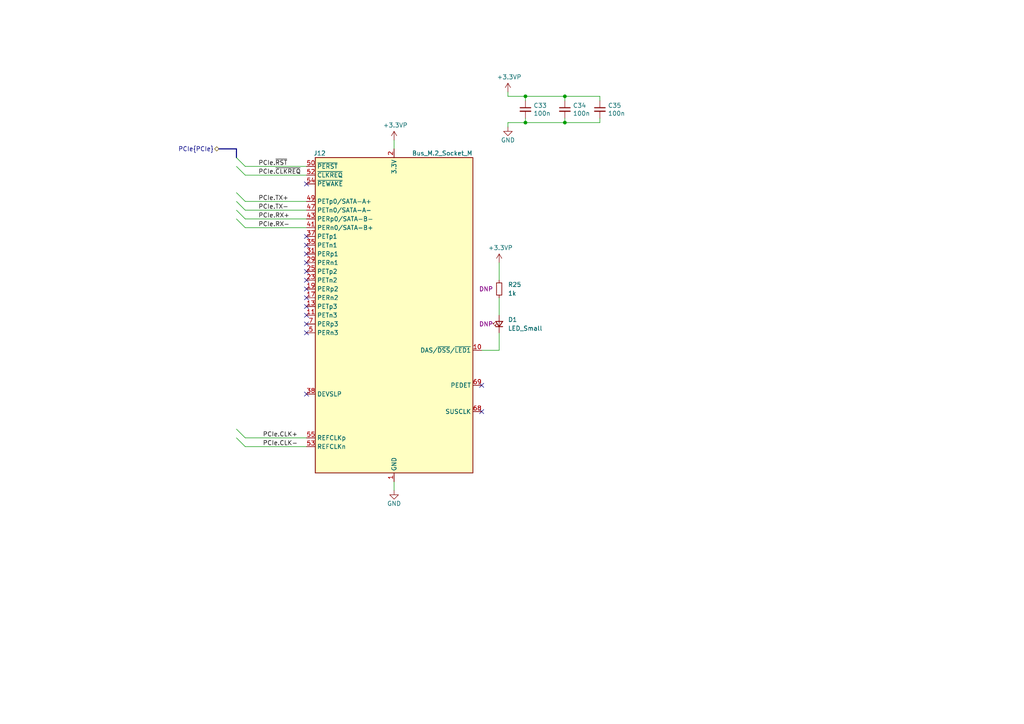
<source format=kicad_sch>
(kicad_sch (version 20210621) (generator eeschema)
  (paper "A4")
  (title_block (date "2021-01-12") (rev "0.1") (company "Nabu Casa") (comment 1 "www.nabucasa.com") (comment 2 "Amber"))
  (lib_symbols
    (symbol "Connector:Bus_M.2_Socket_M"
      (property "Reference" "J" (at -22.86 46.99 0))
      (property "Value" "Bus_M.2_Socket_M" (at 16.51 46.99 0))
      (symbol "Bus_M.2_Socket_M_0_1"
        (rectangle (start -22.86 45.72) (end 22.86 -45.72) (stroke (width 0.254)) (fill (type background)))
      )
      (symbol "Bus_M.2_Socket_M_1_1"
        (pin power_in line (at 0 -48.26 90) (length 2.54) (name "GND") (number "1"))
        (pin bidirectional line (at 25.4 -10.16 180) (length 2.54) (name "DAS/~{DSS}/~{LED1}") (number "10"))
        (pin output line (at -25.4 0 0) (length 2.54) (name "PETn3") (number "11"))
        (pin passive line (at 0 48.26 270) (length 2.54) hide (name "3.3V") (number "12"))
        (pin output line (at -25.4 2.54 0) (length 2.54) (name "PETp3") (number "13"))
        (pin passive line (at 0 48.26 270) (length 2.54) hide (name "3.3V") (number "14"))
        (pin passive line (at 0 -48.26 90) (length 2.54) hide (name "GND") (number "15"))
        (pin passive line (at 0 48.26 270) (length 2.54) hide (name "3.3V") (number "16"))
        (pin input line (at -25.4 5.08 0) (length 2.54) (name "PERn2") (number "17"))
        (pin passive line (at 0 48.26 270) (length 2.54) hide (name "3.3V") (number "18"))
        (pin input line (at -25.4 7.62 0) (length 2.54) (name "PERp2") (number "19"))
        (pin power_in line (at 0 48.26 270) (length 2.54) (name "3.3V") (number "2"))
        (pin no_connect line (at 22.86 2.54 180) (length 2.54) hide (name "NC") (number "20"))
        (pin passive line (at 0 -48.26 90) (length 2.54) hide (name "GND") (number "21"))
        (pin no_connect line (at 22.86 5.08 180) (length 2.54) hide (name "NC") (number "22"))
        (pin output line (at -25.4 10.16 0) (length 2.54) (name "PETn2") (number "23"))
        (pin no_connect line (at 22.86 7.62 180) (length 2.54) hide (name "NC") (number "24"))
        (pin output line (at -25.4 12.7 0) (length 2.54) (name "PETp2") (number "25"))
        (pin no_connect line (at 22.86 10.16 180) (length 2.54) hide (name "NC") (number "26"))
        (pin passive line (at 0 -48.26 90) (length 2.54) hide (name "GND") (number "27"))
        (pin no_connect line (at 22.86 12.7 180) (length 2.54) hide (name "NC") (number "28"))
        (pin input line (at -25.4 15.24 0) (length 2.54) (name "PERn1") (number "29"))
        (pin passive line (at 0 -48.26 90) (length 2.54) hide (name "GND") (number "3"))
        (pin no_connect line (at 22.86 15.24 180) (length 2.54) hide (name "NC") (number "30"))
        (pin input line (at -25.4 17.78 0) (length 2.54) (name "PERp1") (number "31"))
        (pin no_connect line (at 22.86 17.78 180) (length 2.54) hide (name "NC") (number "32"))
        (pin passive line (at 0 -48.26 90) (length 2.54) hide (name "GND") (number "33"))
        (pin no_connect line (at 22.86 20.32 180) (length 2.54) hide (name "NC") (number "34"))
        (pin output line (at -25.4 20.32 0) (length 2.54) (name "PETn1") (number "35"))
        (pin no_connect line (at 22.86 22.86 180) (length 2.54) hide (name "NC") (number "36"))
        (pin output line (at -25.4 22.86 0) (length 2.54) (name "PETp1") (number "37"))
        (pin output line (at -25.4 -22.86 0) (length 2.54) (name "DEVSLP") (number "38"))
        (pin passive line (at 0 -48.26 90) (length 2.54) hide (name "GND") (number "39"))
        (pin passive line (at 0 48.26 270) (length 2.54) hide (name "3.3V") (number "4"))
        (pin no_connect line (at 22.86 25.4 180) (length 2.54) hide (name "NC") (number "40"))
        (pin input line (at -25.4 25.4 0) (length 2.54) (name "PERn0/SATA-B+") (number "41"))
        (pin no_connect line (at 22.86 27.94 180) (length 2.54) hide (name "NC") (number "42"))
        (pin input line (at -25.4 27.94 0) (length 2.54) (name "PERp0/SATA-B-") (number "43"))
        (pin no_connect line (at 22.86 30.48 180) (length 2.54) hide (name "NC") (number "44"))
        (pin passive line (at 0 -48.26 90) (length 2.54) hide (name "GND") (number "45"))
        (pin no_connect line (at 22.86 33.02 180) (length 2.54) hide (name "NC") (number "46"))
        (pin output line (at -25.4 30.48 0) (length 2.54) (name "PETn0/SATA-A-") (number "47"))
        (pin no_connect line (at 22.86 35.56 180) (length 2.54) hide (name "NC") (number "48"))
        (pin output line (at -25.4 33.02 0) (length 2.54) (name "PETp0/SATA-A+") (number "49"))
        (pin input line (at -25.4 -5.08 0) (length 2.54) (name "PERn3") (number "5"))
        (pin output line (at -25.4 43.18 0) (length 2.54) (name "~{PERST}") (number "50"))
        (pin passive line (at 0 -48.26 90) (length 2.54) hide (name "GND") (number "51"))
        (pin bidirectional line (at -25.4 40.64 0) (length 2.54) (name "~{CLKREQ}") (number "52"))
        (pin output line (at -25.4 -38.1 0) (length 2.54) (name "REFCLKn") (number "53"))
        (pin bidirectional line (at -25.4 38.1 0) (length 2.54) (name "~{PEWAKE}") (number "54"))
        (pin output line (at -25.4 -35.56 0) (length 2.54) (name "REFCLKp") (number "55"))
        (pin no_connect line (at 22.86 38.1 180) (length 2.54) hide (name "NC") (number "56"))
        (pin passive line (at 0 -48.26 90) (length 2.54) hide (name "GND") (number "57"))
        (pin no_connect line (at 22.86 40.64 180) (length 2.54) hide (name "NC") (number "58"))
        (pin no_connect line (at 22.86 -2.54 180) (length 2.54) hide (name "NC") (number "6"))
        (pin no_connect line (at 22.86 -5.08 180) (length 2.54) hide (name "NC") (number "67"))
        (pin output line (at 25.4 -27.94 180) (length 2.54) (name "SUSCLK") (number "68"))
        (pin passive line (at 25.4 -20.32 180) (length 2.54) (name "PEDET") (number "69"))
        (pin input line (at -25.4 -2.54 0) (length 2.54) (name "PERp3") (number "7"))
        (pin passive line (at 0 48.26 270) (length 2.54) hide (name "3.3V") (number "70"))
        (pin passive line (at 0 -48.26 90) (length 2.54) hide (name "GND") (number "71"))
        (pin passive line (at 0 48.26 270) (length 2.54) hide (name "3.3V") (number "72"))
        (pin passive line (at 0 -48.26 90) (length 2.54) hide (name "GND") (number "73"))
        (pin passive line (at 0 48.26 270) (length 2.54) hide (name "3.3V") (number "74"))
        (pin passive line (at 0 -48.26 90) (length 2.54) hide (name "GND") (number "75"))
        (pin no_connect line (at 22.86 0 180) (length 2.54) hide (name "NC") (number "8"))
        (pin passive line (at 0 -48.26 90) (length 2.54) hide (name "GND") (number "9"))
      )
    )
    (symbol "Device:C_Small" (pin_numbers hide) (pin_names (offset 0.254) hide)
      (property "Reference" "C" (at 0.254 1.778 0))
      (property "Value" "C_Small" (at 0.254 -2.032 0))
      (symbol "C_Small_0_1"
        (polyline (pts (xy -1.524 -0.508) (xy 1.524 -0.508)) (stroke (width 0.3302)))
        (polyline (pts (xy -1.524 0.508) (xy 1.524 0.508)) (stroke (width 0.3048)))
      )
      (symbol "C_Small_1_1"
        (pin passive line (at 0 2.54 270) (length 2.032) (name "~") (number "1"))
        (pin passive line (at 0 -2.54 90) (length 2.032) (name "~") (number "2"))
      )
    )
    (symbol "Device:LED_Small" (pin_numbers hide) (pin_names (offset 0.254) hide)
      (property "Reference" "D" (at -1.27 3.175 0))
      (property "Value" "LED_Small" (at -4.445 -2.54 0))
      (symbol "LED_Small_0_1"
        (polyline (pts (xy -0.762 -1.016) (xy -0.762 1.016)) (stroke (width 0.254)))
        (polyline (pts (xy 1.016 0) (xy -0.762 0)))
        (polyline (pts (xy 0.762 -1.016) (xy -0.762 0) (xy 0.762 1.016) (xy 0.762 -1.016)) (stroke (width 0.254)))
        (polyline (pts (xy 0 0.762) (xy -0.508 1.27) (xy -0.254 1.27) (xy -0.508 1.27) (xy -0.508 1.016)))
        (polyline (pts (xy 0.508 1.27) (xy 0 1.778) (xy 0.254 1.778) (xy 0 1.778) (xy 0 1.524)))
      )
      (symbol "LED_Small_1_1"
        (pin passive line (at -2.54 0 0) (length 1.778) (name "K") (number "1"))
        (pin passive line (at 2.54 0 180) (length 1.778) (name "A") (number "2"))
      )
    )
    (symbol "Device:R_Small" (pin_numbers hide) (pin_names (offset 0.254) hide)
      (property "Reference" "R" (at 0.762 0.508 0))
      (property "Value" "R_Small" (at 0.762 -1.016 0))
      (symbol "R_Small_0_1"
        (rectangle (start -0.762 1.778) (end 0.762 -1.778) (stroke (width 0.2032)))
      )
      (symbol "R_Small_1_1"
        (pin passive line (at 0 2.54 270) (length 0.762) (name "~") (number "1"))
        (pin passive line (at 0 -2.54 90) (length 0.762) (name "~") (number "2"))
      )
    )
    (symbol "power:+3.3VP" (power) (pin_names (offset 0))
      (property "Value" "+3.3VP" (at 0 2.54 0))
      (symbol "+3.3VP_0_0"
        (pin power_in line (at 0 0 90) (length 0) hide (name "+3.3VP") (number "1"))
      )
      (symbol "+3.3VP_0_1"
        (polyline (pts (xy -0.762 1.27) (xy 0 2.54)))
        (polyline (pts (xy 0 0) (xy 0 2.54)))
        (polyline (pts (xy 0 2.54) (xy 0.762 1.27)))
      )
    )
    (symbol "power:GND" (power) (pin_names (offset 0))
      (property "Value" "GND" (at 0 -3.81 0))
      (symbol "GND_0_1"
        (polyline (pts (xy 0 0) (xy 0 -1.27) (xy 1.27 -1.27) (xy 0 -2.54) (xy -1.27 -1.27) (xy 0 -1.27)))
      )
      (symbol "GND_1_1"
        (pin power_in line (at 0 0 270) (length 0) hide (name "GND") (number "1"))
      )
    )
  )
  (junction (at 152.4 27.94) (diameter 0.9144))
  (junction (at 152.4 35.56) (diameter 0.9144))
  (junction (at 163.83 27.94) (diameter 0.9144))
  (junction (at 163.83 35.56) (diameter 0.9144))
  (no_connect (at 88.9 53.34))
  (no_connect (at 88.9 68.58))
  (no_connect (at 88.9 71.12))
  (no_connect (at 88.9 73.66))
  (no_connect (at 88.9 76.2))
  (no_connect (at 88.9 78.74))
  (no_connect (at 88.9 81.28))
  (no_connect (at 88.9 83.82))
  (no_connect (at 88.9 86.36))
  (no_connect (at 88.9 88.9))
  (no_connect (at 88.9 91.44))
  (no_connect (at 88.9 93.98))
  (no_connect (at 88.9 96.52))
  (no_connect (at 88.9 114.3))
  (no_connect (at 139.7 111.76))
  (no_connect (at 139.7 119.38))
  (bus_entry (at 68.58 45.72) (size 2.54 2.54) (stroke (width 0.1524)))
  (bus_entry (at 68.58 48.26) (size 2.54 2.54) (stroke (width 0.1524)))
  (bus_entry (at 68.58 55.88) (size 2.54 2.54) (stroke (width 0.1524)))
  (bus_entry (at 68.58 58.42) (size 2.54 2.54) (stroke (width 0.1524)))
  (bus_entry (at 68.58 60.96) (size 2.54 2.54) (stroke (width 0.1524)))
  (bus_entry (at 68.58 63.5) (size 2.54 2.54) (stroke (width 0.1524)))
  (bus_entry (at 68.58 124.46) (size 2.54 2.54) (stroke (width 0.1524)))
  (bus_entry (at 68.58 127) (size 2.54 2.54) (stroke (width 0.1524)))
  (wire (pts (xy 71.12 48.26) (xy 88.9 48.26)))
  (wire (pts (xy 71.12 50.8) (xy 88.9 50.8)))
  (wire (pts (xy 71.12 58.42) (xy 88.9 58.42)))
  (wire (pts (xy 71.12 60.96) (xy 88.9 60.96)))
  (wire (pts (xy 71.12 63.5) (xy 88.9 63.5)))
  (wire (pts (xy 71.12 66.04) (xy 88.9 66.04)))
  (wire (pts (xy 71.12 127) (xy 88.9 127)))
  (wire (pts (xy 71.12 129.54) (xy 88.9 129.54)))
  (wire (pts (xy 114.3 40.64) (xy 114.3 43.18)))
  (wire (pts (xy 114.3 139.7) (xy 114.3 142.24)))
  (wire (pts (xy 139.7 101.6) (xy 144.78 101.6)))
  (wire (pts (xy 144.78 76.2) (xy 144.78 81.28)))
  (wire (pts (xy 144.78 86.36) (xy 144.78 91.44)))
  (wire (pts (xy 144.78 96.52) (xy 144.78 101.6)))
  (wire (pts (xy 147.32 26.67) (xy 147.32 27.94)))
  (wire (pts (xy 147.32 27.94) (xy 152.4 27.94)))
  (wire (pts (xy 147.32 35.56) (xy 147.32 36.83)))
  (wire (pts (xy 147.32 35.56) (xy 152.4 35.56)))
  (wire (pts (xy 152.4 27.94) (xy 152.4 29.21)))
  (wire (pts (xy 152.4 27.94) (xy 163.83 27.94)))
  (wire (pts (xy 152.4 34.29) (xy 152.4 35.56)))
  (wire (pts (xy 152.4 35.56) (xy 163.83 35.56)))
  (wire (pts (xy 163.83 27.94) (xy 163.83 29.21)))
  (wire (pts (xy 163.83 27.94) (xy 173.99 27.94)))
  (wire (pts (xy 163.83 34.29) (xy 163.83 35.56)))
  (wire (pts (xy 163.83 35.56) (xy 173.99 35.56)))
  (wire (pts (xy 173.99 27.94) (xy 173.99 29.21)))
  (wire (pts (xy 173.99 34.29) (xy 173.99 35.56)))
  (bus (pts (xy 63.5 43.18) (xy 68.58 43.18)))
  (bus (pts (xy 68.58 43.18) (xy 68.58 127)))
  (label "PCIe.~{RST}" (at 74.93 48.26 0))
  (label "PCIe.~{CLKREQ}" (at 74.93 50.8 0))
  (label "PCIe.TX+" (at 74.93 58.42 0))
  (label "PCIe.TX-" (at 74.93 60.96 0))
  (label "PCIe.RX+" (at 74.93 63.5 0))
  (label "PCIe.RX-" (at 74.93 66.04 0))
  (label "PCIe.CLK+" (at 76.2 127 0))
  (label "PCIe.CLK-" (at 76.2 129.54 0))
  (hierarchical_label "PCIe{PCIe}" (shape bidirectional) (at 63.5 43.18 180))
  (symbol (lib_id "power:+3.3VP") (at 114.3 40.64 0) (unit 1)
    (property "Reference" "#PWR090" (effects hide))
    (property "Value" "+3.3VP" (at 114.6683 36.3156 0))
  )
  (symbol (lib_id "power:+3.3VP") (at 144.78 76.2 0) (unit 1)
    (property "Reference" "#PWR092" (effects hide))
    (property "Value" "+3.3VP" (at 145.1483 71.8756 0))
  )
  (symbol (lib_id "power:+3.3VP") (at 147.32 26.67 0) (unit 1)
    (property "Reference" "#PWR093" (effects hide))
    (property "Value" "+3.3VP" (at 147.6883 22.3456 0))
  )
  (symbol (lib_id "power:GND") (at 114.3 142.24 0) (unit 1)
    (property "Reference" "#PWR091" (effects hide))
    (property "Value" "GND" (at 114.3 146.05 0))
  )
  (symbol (lib_id "power:GND") (at 147.32 36.83 0) (unit 1)
    (property "Reference" "#PWR094" (effects hide))
    (property "Value" "GND" (at 147.32 40.64 0))
  )
  (symbol (lib_id "Device:R_Small") (at 144.78 83.82 0) (unit 1)
    (property "Reference" "R25" (at 147.32 82.55 0) (effects (justify left)))
    (property "Value" "1k" (at 147.32 85.09 0) (effects (justify left)))
    (property "Footprint" "Resistor_SMD:R_0402_1005Metric" (effects hide))
    (property "Config" "DNP" (at 140.97 83.82 0))
  )
  (symbol (lib_id "Device:LED_Small") (at 144.78 93.98 90) (unit 1)
    (property "Reference" "D1" (at 147.32 92.71 90) (effects (justify right)))
    (property "Value" "LED_Small" (at 147.32 95.25 90) (effects (justify right)))
    (property "Footprint" "LED_SMD:LED_0603_1608Metric" (effects hide))
    (property "Config" "DNP" (at 140.97 93.98 90))
    (property "Manufacturer" "Lite-On" (effects hide))
    (property "PartNumber" "LTST-C191TBKT" (effects hide))
  )
  (symbol (lib_id "Device:C_Small") (at 152.4 31.75 0) (unit 1)
    (property "Reference" "C33" (at 154.7242 30.6006 0) (effects (justify left)))
    (property "Value" "100n" (at 154.724 32.899 0) (effects (justify left)))
    (property "Footprint" "Capacitor_SMD:C_0402_1005Metric" (effects hide))
  )
  (symbol (lib_id "Device:C_Small") (at 163.83 31.75 0) (unit 1)
    (property "Reference" "C34" (at 166.1542 30.6006 0) (effects (justify left)))
    (property "Value" "100n" (at 166.154 32.899 0) (effects (justify left)))
    (property "Footprint" "Capacitor_SMD:C_0402_1005Metric" (effects hide))
  )
  (symbol (lib_id "Device:C_Small") (at 173.99 31.75 0) (unit 1)
    (property "Reference" "C35" (at 176.3142 30.6006 0) (effects (justify left)))
    (property "Value" "100n" (at 176.314 32.899 0) (effects (justify left)))
    (property "Footprint" "Capacitor_SMD:C_0402_1005Metric" (effects hide))
  )
  (symbol (lib_id "Connector:Bus_M.2_Socket_M") (at 114.3 91.44 0) (unit 1)
    (property "Reference" "J12" (at 92.71 44.45 0))
    (property "Value" "Bus_M.2_Socket_M" (at 128.27 44.45 0))
    (property "Footprint" "Amber:TE_1-2199230-3_Bus_M.2_M_H4.2mm_P0.5mm_2280_Horizontal" (effects hide))
    (property "Datasheet" "http://read.pudn.com/downloads794/doc/project/3133918/PCIe_M.2_Electromechanical_Spec_Rev1.0_Final_11012013_RS_Clean.pdf#page=155" (effects hide))
    (property "Manufacturer" "TE" (effects hide))
    (property "PartNumber" "1-2199119-5" (effects hide))
  )
)
</source>
